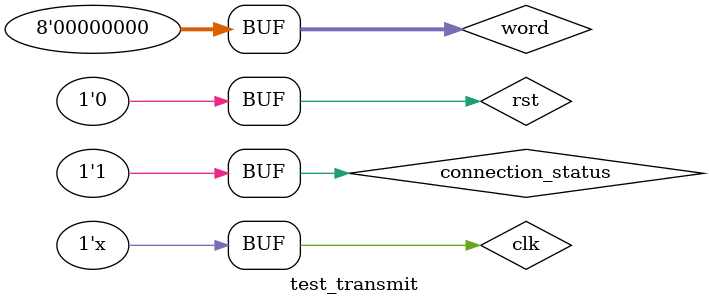
<source format=v>
`timescale 1ns / 1ps

module test_transmit;

    reg [7:0] word;
    reg clk;
    reg rst;
	 reg connection_status;

    wire txd;

    transmit uut (
        .word(word), 
        .clk(clk), 
        .rst(rst), 
		  .connection_status(connection_status),
        .txd(txd)
    );

    initial begin
        word = 129;
        clk = 0;
        rst = 0;
		  connection_status = 1;
    end
    
    always begin
        # 1 clk = ~clk;
   end
    
    always begin
        # 100 word = 0;
   end
endmodule


</source>
